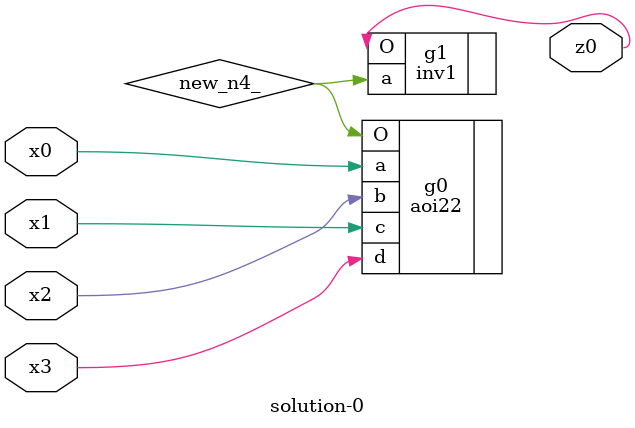
<source format=v>
module \solution-0 (
  x0, x1, x2, x3,
  z0 );
  input x0, x1, x2, x3;
  output z0;
  wire new_n4_;
  aoi22  g0(.a(x0), .b(x2), .c(x1), .d(x3), .O(new_n4_));
  inv1  g1(.a(new_n4_), .O(z0));
endmodule

</source>
